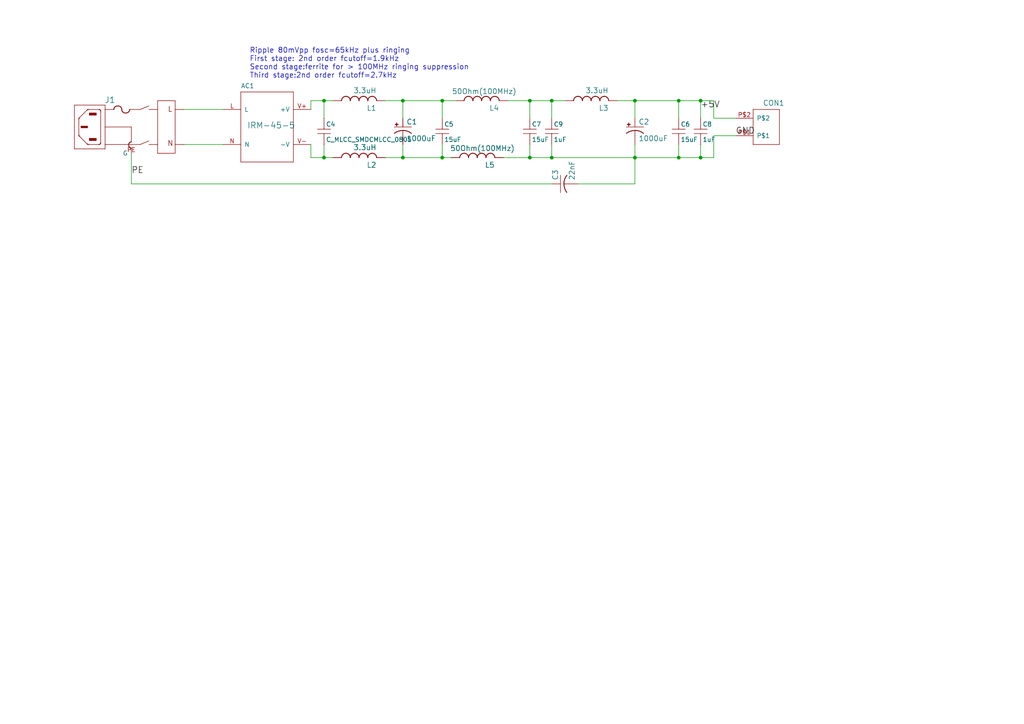
<source format=kicad_sch>
(kicad_sch (version 20211123) (generator eeschema)
  (paper "A4")
  (lib_symbols
    (symbol "AC_supply_module-eagle-import:C-US075-032X103" (pin_names (offset 1.016))
      (property "Reference" "C" (at 1.016 0.635 0))
      (property "Value" "C-US075-032X103" (at 1.016 -4.191 0))
      (symbol "C-US075-032X103_1_0"
        (arc (start 0 -1.016) (mid -1.2939 -1.2289) (end -2.4638 -1.8288) (stroke (width 0.254)))
        (polyline (pts (xy -2.54 0) (xy 2.54 0)))
        (polyline (pts (xy 0 -1.016) (xy 0 -2.54)))
        (arc (start 2.4892 -1.8542) (mid 1.3167 -1.2157) (end 0 -0.9906) (stroke (width 0.254)))
        (pin passive line (at 0 2.54 270) (length 2.54) (name "1") (number "1"))
        (pin passive line (at 0 -5.08 90) (length 2.54) (name "2") (number "2"))
      )
    )
    (symbol "AC_supply_module-eagle-import:CPOL-USE3.5-8" (pin_names (offset 1.016))
      (property "Reference" "C" (at 1.016 0.635 0))
      (property "Value" "CPOL-USE3.5-8" (at 1.016 -4.191 0))
      (symbol "CPOL-USE3.5-8_1_0"
        (rectangle (start -2.2352 0.6604) (end -1.3462 0.7874) (fill (type outline)))
        (rectangle (start -1.8542 0.2794) (end -1.7272 1.1684) (fill (type outline)))
        (arc (start 0 -1.016) (mid -1.2939 -1.2289) (end -2.4638 -1.8288) (stroke (width 0.254)))
        (polyline (pts (xy -2.54 0) (xy 2.54 0)))
        (polyline (pts (xy 0 -1.016) (xy 0 -2.54)))
        (arc (start 2.4892 -1.8542) (mid 1.3167 -1.2157) (end 0 -0.9906) (stroke (width 0.254)))
        (pin passive line (at 0 2.54 270) (length 2.54) (name "+") (number "+"))
        (pin passive line (at 0 -5.08 90) (length 2.54) (name "-") (number "-"))
      )
    )
    (symbol "AC_supply_module-eagle-import:C_MLCC_SMDCMLCC_0306" (pin_names (offset 1.016))
      (property "Reference" "C" (at 0.5588 0.0508 0))
      (property "Value" "C_MLCC_SMDCMLCC_0306" (at 0.5588 -4.3688 0))
      (symbol "C_MLCC_SMDCMLCC_0306_1_0"
        (polyline (pts (xy -1.905 -1.905) (xy 0 -1.905)))
        (polyline (pts (xy 0 -1.905) (xy 0 -5.08)))
        (polyline (pts (xy 0 -1.905) (xy 1.905 -1.905)))
        (polyline (pts (xy 0 -0.635) (xy -1.905 -0.635)))
        (polyline (pts (xy 0 -0.635) (xy 0 2.54)))
        (polyline (pts (xy 1.905 -0.635) (xy 0 -0.635)))
        (pin passive line (at 0 2.54 270) (length 0) (name "1") (number "P$1"))
        (pin passive line (at 0 -5.08 90) (length 0) (name "2") (number "P$2"))
      )
    )
    (symbol "AC_supply_module-eagle-import:C_MLCC_SMDCMLCC_0805" (pin_names (offset 1.016))
      (property "Reference" "C" (at 0.5588 0.0508 0))
      (property "Value" "C_MLCC_SMDCMLCC_0805" (at 0.5588 -4.3688 0))
      (symbol "C_MLCC_SMDCMLCC_0805_1_0"
        (polyline (pts (xy -1.905 -1.905) (xy 0 -1.905)))
        (polyline (pts (xy 0 -1.905) (xy 0 -5.08)))
        (polyline (pts (xy 0 -1.905) (xy 1.905 -1.905)))
        (polyline (pts (xy 0 -0.635) (xy -1.905 -0.635)))
        (polyline (pts (xy 0 -0.635) (xy 0 2.54)))
        (polyline (pts (xy 1.905 -0.635) (xy 0 -0.635)))
        (pin passive line (at 0 2.54 270) (length 0) (name "1") (number "P$1"))
        (pin passive line (at 0 -5.08 90) (length 0) (name "2") (number "P$2"))
      )
    )
    (symbol "AC_supply_module-eagle-import:EDSTL130_02" (pin_names (offset 1.016))
      (property "Reference" "CON" (at -7.62 7.62 0))
      (symbol "EDSTL130_02_1_0"
        (polyline (pts (xy -2.54 -5.08) (xy -2.54 5.08)))
        (polyline (pts (xy -2.54 5.08) (xy 5.08 5.08)))
        (polyline (pts (xy 5.08 -5.08) (xy -2.54 -5.08)))
        (polyline (pts (xy 5.08 5.08) (xy 5.08 -5.08)))
        (pin bidirectional line (at -7.62 -2.54 0) (length 5.08) (name "P$1") (number "P$1"))
        (pin bidirectional line (at -7.62 2.54 0) (length 5.08) (name "P$2") (number "P$2"))
      )
    )
    (symbol "AC_supply_module-eagle-import:INDUCTOR-VISHAY" (pin_names (offset 1.016))
      (property "Reference" "L" (at -1.27 -5.08 90))
      (property "Value" "INDUCTOR-VISHAY" (at 3.81 -5.08 90))
      (symbol "INDUCTOR-VISHAY_1_0"
        (arc (start 0 -5.08) (mid 0.898 -4.708) (end 1.27 -3.81) (stroke (width 0.254)))
        (arc (start 0 -2.54) (mid 0.898 -2.168) (end 1.27 -1.27) (stroke (width 0.254)))
        (arc (start 0 0) (mid 0.898 0.372) (end 1.27 1.27) (stroke (width 0.254)))
        (arc (start 0 2.54) (mid 0.898 2.912) (end 1.27 3.81) (stroke (width 0.254)))
        (arc (start 1.27 -3.81) (mid 0.898 -2.912) (end 0 -2.54) (stroke (width 0.254)))
        (arc (start 1.27 -1.27) (mid 0.898 -0.372) (end 0 0) (stroke (width 0.254)))
        (arc (start 1.27 1.27) (mid 0.898 2.168) (end 0 2.54) (stroke (width 0.254)))
        (arc (start 1.27 3.81) (mid 0.898 4.708) (end 0 5.08) (stroke (width 0.254)))
        (pin passive line (at 0 7.62 270) (length 2.54) (name "1") (number "P$1"))
        (pin passive line (at 0 -7.62 90) (length 2.54) (name "2") (number "P$2"))
      )
    )
    (symbol "AC_supply_module-eagle-import:INDUCTOR1206" (pin_names (offset 1.016))
      (property "Reference" "L" (at -1.27 -5.08 90))
      (property "Value" "INDUCTOR1206" (at 3.81 -5.08 90))
      (symbol "INDUCTOR1206_1_0"
        (arc (start 0 -5.08) (mid 0.898 -4.708) (end 1.27 -3.81) (stroke (width 0.254)))
        (arc (start 0 -2.54) (mid 0.898 -2.168) (end 1.27 -1.27) (stroke (width 0.254)))
        (arc (start 0 0) (mid 0.898 0.372) (end 1.27 1.27) (stroke (width 0.254)))
        (arc (start 0 2.54) (mid 0.898 2.912) (end 1.27 3.81) (stroke (width 0.254)))
        (arc (start 1.27 -3.81) (mid 0.898 -2.912) (end 0 -2.54) (stroke (width 0.254)))
        (arc (start 1.27 -1.27) (mid 0.898 -0.372) (end 0 0) (stroke (width 0.254)))
        (arc (start 1.27 1.27) (mid 0.898 2.168) (end 0 2.54) (stroke (width 0.254)))
        (arc (start 1.27 3.81) (mid 0.898 4.708) (end 0 5.08) (stroke (width 0.254)))
        (pin passive line (at 0 7.62 270) (length 2.54) (name "1") (number "1"))
        (pin passive line (at 0 -7.62 90) (length 2.54) (name "2") (number "2"))
      )
    )
    (symbol "AC_supply_module-eagle-import:IRM-45" (pin_names (offset 1.016))
      (property "Reference" "AC" (at -7.62 11.176 0))
      (property "Value" "IRM-45" (at -5.842 -0.508 0))
      (symbol "IRM-45_1_0"
        (polyline (pts (xy -7.62 -10.16) (xy -7.62 10.16)))
        (polyline (pts (xy -7.62 10.16) (xy 7.62 10.16)))
        (polyline (pts (xy 7.62 -10.16) (xy -7.62 -10.16)))
        (polyline (pts (xy 7.62 10.16) (xy 7.62 -10.16)))
        (pin bidirectional line (at -12.7 5.08 0) (length 5.08) (name "L") (number "L"))
        (pin bidirectional line (at -12.7 -5.08 0) (length 5.08) (name "N") (number "N"))
        (pin bidirectional line (at 12.7 5.08 180) (length 5.08) (name "+V") (number "V+"))
        (pin bidirectional line (at 12.7 -5.08 180) (length 5.08) (name "-V") (number "V-"))
      )
    )
    (symbol "AC_supply_module-eagle-import:SHURTER_DD22" (pin_names (offset 1.016))
      (property "Reference" "J" (at -3.048 6.858 0))
      (symbol "SHURTER_DD22_1_0"
        (arc (start -7.62 -6.096) (mid -7.0812 -5.8728) (end -6.858 -5.334) (stroke (width 0.254)))
        (arc (start -7.112 5.08) (mid -6.8144 4.3616) (end -6.096 4.064) (stroke (width 0.254)))
        (arc (start -6.858 -5.08) (mid -7.0812 -4.5412) (end -7.62 -4.318) (stroke (width 0.254)))
        (arc (start -5.842 4.064) (mid -5.1236 4.3616) (end -4.826 5.08) (stroke (width 0.254)))
        (arc (start -3.81 6.096) (mid -4.5284 5.7984) (end -4.826 5.08) (stroke (width 0.254)))
        (arc (start -2.54 5.08) (mid -2.8376 5.7984) (end -3.556 6.096) (stroke (width 0.254)))
        (polyline (pts (xy -20.32 -7.62) (xy -15.24 -7.62)))
        (polyline (pts (xy -20.32 -5.08) (xy -22.86 -5.08)))
        (polyline (pts (xy -20.32 -5.08) (xy -20.32 -7.62)))
        (polyline (pts (xy -20.32 5.08) (xy -22.86 5.08)))
        (polyline (pts (xy -20.32 5.08) (xy -20.32 -5.08)))
        (polyline (pts (xy -20.32 7.62) (xy -20.32 5.08)))
        (polyline (pts (xy -15.24 -7.62) (xy -15.24 -5.08)))
        (polyline (pts (xy -15.24 -5.08) (xy -15.24 7.62)))
        (polyline (pts (xy -15.24 7.62) (xy -20.32 7.62)))
        (polyline (pts (xy -12.7 -5.08) (xy -15.24 -5.08)))
        (polyline (pts (xy -12.7 5.08) (xy -15.24 5.08)))
        (polyline (pts (xy -10.16 -5.08) (xy -12.7 -4.064)))
        (polyline (pts (xy -10.16 5.08) (xy -12.7 6.096)))
        (polyline (pts (xy -7.62 -6.096) (xy -7.62 -7.62)))
        (polyline (pts (xy -7.62 0) (xy -7.62 -4.318)))
        (polyline (pts (xy -7.112 5.08) (xy -10.16 5.08)))
        (polyline (pts (xy -6.858 -5.08) (xy -6.858 -5.334)))
        (polyline (pts (xy -5.842 4.064) (xy -6.096 4.064)))
        (polyline (pts (xy -3.556 6.096) (xy -3.81 6.096)))
        (polyline (pts (xy -2.54 5.08) (xy 0 5.08)))
        (polyline (pts (xy 0 -6.35) (xy 8.89 -6.35)))
        (polyline (pts (xy 0 -5.08) (xy -10.16 -5.08)))
        (polyline (pts (xy 0 -5.08) (xy 0 -6.35)))
        (polyline (pts (xy 0 0) (xy -7.62 0)))
        (polyline (pts (xy 0 0) (xy 0 -5.08)))
        (polyline (pts (xy 0 5.08) (xy 0 0)))
        (polyline (pts (xy 0 6.35) (xy 0 5.08)))
        (polyline (pts (xy 1.27 4.572) (xy 1.27 -4.572)))
        (polyline (pts (xy 1.778 -5.08) (xy 4.8514 -5.08)))
        (polyline (pts (xy 4.8514 5.08) (xy 1.778 5.08)))
        (polyline (pts (xy 5.207 -4.9276) (xy 7.4676 -2.667)))
        (polyline (pts (xy 7.4676 2.667) (xy 5.207 4.9276)))
        (polyline (pts (xy 7.62 -2.3114) (xy 7.62 2.3114)))
        (polyline (pts (xy 8.89 -6.35) (xy 8.89 6.35)))
        (polyline (pts (xy 8.89 6.35) (xy 0 6.35)))
        (arc (start 1.27 -4.572) (mid 1.4188 -4.9312) (end 1.778 -5.08) (stroke (width 0.254)))
        (arc (start 1.778 5.08) (mid 1.4188 4.9312) (end 1.27 4.572) (stroke (width 0.254)))
        (rectangle (start 2.54 -3.937) (end 4.572 -3.302) (fill (type outline)))
        (rectangle (start 2.54 3.429) (end 4.572 4.064) (fill (type outline)))
        (arc (start 4.8514 -5.08) (mid 5.0403 -5.0333) (end 5.207 -4.9276) (stroke (width 0.254)))
        (rectangle (start 5.08 -0.254) (end 6.985 0.254) (fill (type outline)))
        (arc (start 5.207 4.9276) (mid 5.0456 5.0446) (end 4.8514 5.08) (stroke (width 0.254)))
        (arc (start 7.4676 -2.667) (mid 7.5846 -2.5056) (end 7.62 -2.3114) (stroke (width 0.254)))
        (arc (start 7.62 2.3114) (mid 7.5733 2.5003) (end 7.4676 2.667) (stroke (width 0.254)))
        (text "L" (at -19.558 4.318 0) (effects (font (size 1.4986 1.4986)) (justify left bottom)))
        (text "N" (at -19.812 -5.588 0) (effects (font (size 1.4986 1.4986)) (justify left bottom)))
        (pin bidirectional line (at -22.86 5.08 0) (length 0) (name "L") (number "L"))
        (pin bidirectional line (at -22.86 -5.08 0) (length 0) (name "N") (number "N"))
        (pin bidirectional line (at -7.62 -7.62 0) (length 0) (name "G") (number "PE"))
      )
    )
  )
  (junction (at 184.15 29.21))
  (junction (at 184.15 45.72))
  (junction (at 116.84 45.72))
  (junction (at 153.67 45.72))
  (junction (at 196.85 45.72))
  (junction (at 196.85 29.21))
  (junction (at 93.98 29.21))
  (junction (at 160.02 29.21))
  (junction (at 203.2 45.72))
  (junction (at 153.67 29.21))
  (junction (at 160.02 45.72))
  (junction (at 128.27 29.21))
  (junction (at 116.84 29.21))
  (junction (at 128.27 45.72))
  (junction (at 203.2 29.21))
  (junction (at 93.98 45.72))
  (wire (pts (xy 147.32 29.21) (xy 153.67 29.21)))
  (wire (pts (xy 128.27 41.91) (xy 128.27 45.72)))
  (wire (pts (xy 128.27 29.21) (xy 132.08 29.21)))
  (wire (pts (xy 116.84 45.72) (xy 128.27 45.72)))
  (wire (pts (xy 93.98 45.72) (xy 96.52 45.72)))
  (wire (pts (xy 128.27 34.29) (xy 128.27 29.21)))
  (wire (pts (xy 111.76 45.72) (xy 116.84 45.72)))
  (wire (pts (xy 153.67 41.91) (xy 153.67 45.72)))
  (wire (pts (xy 160.02 29.21) (xy 163.83 29.21)))
  (wire (pts (xy 196.85 41.91) (xy 196.85 45.72)))
  (wire (pts (xy 167.64 53.34) (xy 184.15 53.34)))
  (wire (pts (xy 207.01 34.29) (xy 207.01 29.21)))
  (wire (pts (xy 184.15 45.72) (xy 184.15 41.91)))
  (wire (pts (xy 213.36 39.37) (xy 207.01 39.37)))
  (wire (pts (xy 93.98 41.91) (xy 93.98 45.72)))
  (wire (pts (xy 160.02 34.29) (xy 160.02 29.21)))
  (wire (pts (xy 203.2 45.72) (xy 196.85 45.72)))
  (wire (pts (xy 213.36 34.29) (xy 207.01 34.29)))
  (wire (pts (xy 90.17 29.21) (xy 90.17 31.75)))
  (wire (pts (xy 38.1 44.45) (xy 38.1 53.34)))
  (wire (pts (xy 153.67 45.72) (xy 160.02 45.72)))
  (wire (pts (xy 196.85 29.21) (xy 184.15 29.21)))
  (wire (pts (xy 93.98 34.29) (xy 93.98 29.21)))
  (wire (pts (xy 116.84 29.21) (xy 128.27 29.21)))
  (wire (pts (xy 90.17 45.72) (xy 93.98 45.72)))
  (wire (pts (xy 203.2 34.29) (xy 203.2 29.21)))
  (wire (pts (xy 196.85 34.29) (xy 196.85 29.21)))
  (wire (pts (xy 160.02 45.72) (xy 184.15 45.72)))
  (wire (pts (xy 207.01 39.37) (xy 207.01 45.72)))
  (wire (pts (xy 116.84 29.21) (xy 111.76 29.21)))
  (wire (pts (xy 203.2 41.91) (xy 203.2 45.72)))
  (wire (pts (xy 116.84 41.91) (xy 116.84 45.72)))
  (wire (pts (xy 153.67 34.29) (xy 153.67 29.21)))
  (wire (pts (xy 153.67 29.21) (xy 160.02 29.21)))
  (wire (pts (xy 90.17 41.91) (xy 90.17 45.72)))
  (wire (pts (xy 207.01 29.21) (xy 203.2 29.21)))
  (wire (pts (xy 96.52 29.21) (xy 93.98 29.21)))
  (wire (pts (xy 184.15 53.34) (xy 184.15 45.72)))
  (wire (pts (xy 53.34 31.75) (xy 64.77 31.75)))
  (wire (pts (xy 160.02 41.91) (xy 160.02 45.72)))
  (wire (pts (xy 38.1 53.34) (xy 160.02 53.34)))
  (wire (pts (xy 179.07 29.21) (xy 184.15 29.21)))
  (wire (pts (xy 207.01 45.72) (xy 203.2 45.72)))
  (wire (pts (xy 53.34 41.91) (xy 64.77 41.91)))
  (wire (pts (xy 184.15 29.21) (xy 184.15 34.29)))
  (wire (pts (xy 146.05 45.72) (xy 153.67 45.72)))
  (wire (pts (xy 196.85 45.72) (xy 184.15 45.72)))
  (wire (pts (xy 93.98 29.21) (xy 90.17 29.21)))
  (wire (pts (xy 203.2 29.21) (xy 196.85 29.21)))
  (wire (pts (xy 116.84 34.29) (xy 116.84 29.21)))
  (wire (pts (xy 128.27 45.72) (xy 130.81 45.72)))
  (text "Ripple 80mVpp fosc=65kHz plus ringing\nFirst stage: 2nd order fcutoff=1.9kHz\nSecond stage:ferrite for > 100MHz ringing suppression \nThird stage:2nd order fcutoff=2.7kHz" (at 72.39 22.86 0) (effects (font (size 1.4986 1.4986)) (justify left bottom)))
  (label "GND" (at 213.36 39.37 0) (effects (font (size 1.778 1.778))))
  (label "PE" (at 38.1 50.8 0) (effects (font (size 1.778 1.778))))
  (label "+5V" (at 203.2 31.75 0) (effects (font (size 1.778 1.778))))
  (symbol (lib_id "AC_supply_module-eagle-import:SHURTER_DD22") (at 30.48 36.83 0) (mirror y) (unit 1)
    (property "Reference" "J1" (at 33.528 29.972 0) (effects (font (size 1.7272 1.7272)) (justify left bottom)))
    (property "Value" "SHURTER_DD22" (effects hide))
    (property "Footprint" "AC_supply_module:SHURTER_DD22" (effects hide))
  )
  (symbol (lib_id "AC_supply_module-eagle-import:C_MLCC_SMDCMLCC_0805") (at 93.98 36.83 0) (unit 1)
    (property "Reference" "C4" (at 94.5388 36.7792 0) (effects (font (size 1.2954 1.2954)) (justify left bottom)))
    (property "Value" "C_MLCC_SMDCMLCC_0805" (at 94.5388 41.2242 0) (effects (font (size 1.2954 1.2954)) (justify left bottom)))
    (property "Footprint" "AC_supply_module:C_MLCC_0805" (effects hide))
    (property "ARROW" "C2012JB1E156M125AC" (effects hide))
    (property "DIGIKEY" "445-11470-1-ND" (effects hide))
    (property "PARTNO" "C2012JB1E156M125AC" (effects hide))
  )
  (symbol (lib_id "AC_supply_module-eagle-import:INDUCTOR1206") (at 139.7 29.21 90) (unit 1)
    (property "Reference" "L4" (at 144.78 30.48 90) (effects (font (size 1.4986 1.4986)) (justify left bottom)))
    (property "Value" "50Ohm(100MHz)" (at 149.86 25.654 90) (effects (font (size 1.4986 1.4986)) (justify left bottom)))
    (property "Footprint" "AC_supply_module:C1206" (effects hide))
    (property "DIGIKEY" "490-13269-1-ND" (effects hide))
    (property "PARTNO" "BLM31SN500SN1L" (effects hide))
  )
  (symbol (lib_id "AC_supply_module-eagle-import:C_MLCC_SMDCMLCC_0805") (at 196.85 36.83 0) (unit 1)
    (property "Reference" "C6" (at 197.4088 36.7792 0) (effects (font (size 1.2954 1.2954)) (justify left bottom)))
    (property "Value" "15uF" (at 197.4088 41.2242 0) (effects (font (size 1.2954 1.2954)) (justify left bottom)))
    (property "Footprint" "AC_supply_module:C_MLCC_0805" (effects hide))
    (property "ARROW" "C2012JB1E156M125AC" (effects hide))
    (property "DIGIKEY" "445-11470-1-ND" (effects hide))
    (property "PARTNO" "C2012JB1E156M125AC" (effects hide))
  )
  (symbol (lib_id "AC_supply_module-eagle-import:C_MLCC_SMDCMLCC_0805") (at 128.27 36.83 0) (unit 1)
    (property "Reference" "C5" (at 128.8288 36.7792 0) (effects (font (size 1.2954 1.2954)) (justify left bottom)))
    (property "Value" "15uF" (at 128.8288 41.2242 0) (effects (font (size 1.2954 1.2954)) (justify left bottom)))
    (property "Footprint" "AC_supply_module:C_MLCC_0805" (effects hide))
    (property "ARROW" "C2012JB1E156M125AC" (effects hide))
    (property "DIGIKEY" "445-11470-1-ND" (effects hide))
    (property "PARTNO" "C2012JB1E156M125AC" (effects hide))
  )
  (symbol (lib_id "AC_supply_module-eagle-import:IRM-45") (at 77.47 36.83 0) (unit 1)
    (property "Reference" "AC1" (at 69.85 25.654 0) (effects (font (size 1.3208 1.3208)) (justify left bottom)))
    (property "Value" "IRM-45-5" (at 71.628 37.338 0) (effects (font (size 1.7272 1.7272)) (justify left bottom)))
    (property "Footprint" "AC_supply_module:MEANWELL-AC-DC" (effects hide))
  )
  (symbol (lib_id "AC_supply_module-eagle-import:C_MLCC_SMDCMLCC_0805") (at 153.67 36.83 0) (unit 1)
    (property "Reference" "C7" (at 154.2288 36.7792 0) (effects (font (size 1.2954 1.2954)) (justify left bottom)))
    (property "Value" "15uF" (at 154.2288 41.2242 0) (effects (font (size 1.2954 1.2954)) (justify left bottom)))
    (property "Footprint" "AC_supply_module:C_MLCC_0805" (effects hide))
    (property "ARROW" "C2012JB1E156M125AC" (effects hide))
    (property "DIGIKEY" "445-11470-1-ND" (effects hide))
    (property "PARTNO" "C2012JB1E156M125AC" (effects hide))
  )
  (symbol (lib_id "AC_supply_module-eagle-import:INDUCTOR-VISHAY") (at 171.45 29.21 90) (unit 1)
    (property "Reference" "L3" (at 176.53 30.48 90) (effects (font (size 1.4986 1.4986)) (justify left bottom)))
    (property "Value" "3.3uH" (at 176.53 25.4 90) (effects (font (size 1.4986 1.4986)) (justify left bottom)))
    (property "Footprint" "AC_supply_module:L-322X322" (effects hide))
    (property "ARROW" "IHLP3232DZER3R3M11" (effects hide))
    (property "DIGIKEY" "541-1352-1-ND" (effects hide))
    (property "PARTNO" "IHLP3232DZER3R3M11" (effects hide))
  )
  (symbol (lib_id "AC_supply_module-eagle-import:EDSTL130_02") (at 220.98 36.83 0) (unit 1)
    (property "Reference" "CON1" (at 221.234 30.734 0) (effects (font (size 1.4986 1.4986)) (justify left bottom)))
    (property "Value" "EDSTL130_02" (effects hide))
    (property "Footprint" "AC_supply_module:EDSTL130_02" (effects hide))
  )
  (symbol (lib_id "AC_supply_module-eagle-import:CPOL-USE3.5-8") (at 116.84 36.83 0) (unit 1)
    (property "Reference" "C1" (at 117.856 36.195 0) (effects (font (size 1.4986 1.4986)) (justify left bottom)))
    (property "Value" "1000uF" (at 117.856 41.021 0) (effects (font (size 1.4986 1.4986)) (justify left bottom)))
    (property "Footprint" "AC_supply_module:E3,5-8" (effects hide))
    (property "DIGIKEY" "565-4311-ND" (effects hide))
    (property "PARTNO" "APSG160ELL102MH20S" (effects hide))
  )
  (symbol (lib_id "AC_supply_module-eagle-import:C_MLCC_SMDCMLCC_0306") (at 160.02 36.83 0) (unit 1)
    (property "Reference" "C9" (at 160.5788 36.7792 0) (effects (font (size 1.2954 1.2954)) (justify left bottom)))
    (property "Value" "1uF" (at 160.5788 41.2242 0) (effects (font (size 1.2954 1.2954)) (justify left bottom)))
    (property "Footprint" "AC_supply_module:C_MLCC_0306" (effects hide))
    (property "DIGIKEY" "445-13750-1-ND" (effects hide))
    (property "PARTNO" "C0816X5R1C105M050AC" (effects hide))
  )
  (symbol (lib_id "AC_supply_module-eagle-import:INDUCTOR1206") (at 138.43 45.72 90) (unit 1)
    (property "Reference" "L5" (at 143.51 46.99 90) (effects (font (size 1.4986 1.4986)) (justify left bottom)))
    (property "Value" "50Ohm(100MHz)" (at 149.352 42.164 90) (effects (font (size 1.4986 1.4986)) (justify left bottom)))
    (property "Footprint" "AC_supply_module:C1206" (effects hide))
    (property "DIGIKEY" "490-13269-1-ND" (effects hide))
    (property "PARTNO" "BLM31SN500SN1L" (effects hide))
  )
  (symbol (lib_id "AC_supply_module-eagle-import:INDUCTOR-VISHAY") (at 104.14 29.21 90) (unit 1)
    (property "Reference" "L1" (at 109.22 30.48 90) (effects (font (size 1.4986 1.4986)) (justify left bottom)))
    (property "Value" "3.3uH" (at 109.22 25.4 90) (effects (font (size 1.4986 1.4986)) (justify left bottom)))
    (property "Footprint" "AC_supply_module:L-322X322" (effects hide))
    (property "ARROW" "IHLP3232DZER3R3M11" (effects hide))
    (property "DIGIKEY" "541-1352-1-ND" (effects hide))
    (property "PARTNO" "IHLP3232DZER3R3M11" (effects hide))
  )
  (symbol (lib_id "AC_supply_module-eagle-import:C-US075-032X103") (at 162.56 53.34 90) (unit 1)
    (property "Reference" "C3" (at 161.925 52.324 0) (effects (font (size 1.4986 1.4986)) (justify left bottom)))
    (property "Value" "22nF" (at 166.751 52.324 0) (effects (font (size 1.4986 1.4986)) (justify left bottom)))
    (property "Footprint" "AC_supply_module:C075-032X103" (effects hide))
    (property "DIGIKEY" "495-76830-ND" (effects hide))
    (property "PARTNO" "B32560J8223K000" (effects hide))
  )
  (symbol (lib_id "AC_supply_module-eagle-import:CPOL-USE3.5-8") (at 184.15 36.83 0) (unit 1)
    (property "Reference" "C2" (at 185.166 36.195 0) (effects (font (size 1.4986 1.4986)) (justify left bottom)))
    (property "Value" "1000uF" (at 185.166 41.021 0) (effects (font (size 1.4986 1.4986)) (justify left bottom)))
    (property "Footprint" "AC_supply_module:E3,5-8" (effects hide))
    (property "DIGIKEY" "565-4311-ND" (effects hide))
    (property "PARTNO" "APSG160ELL102MH20S" (effects hide))
  )
  (symbol (lib_id "AC_supply_module-eagle-import:INDUCTOR-VISHAY") (at 104.14 45.72 90) (unit 1)
    (property "Reference" "L2" (at 109.22 46.99 90) (effects (font (size 1.4986 1.4986)) (justify left bottom)))
    (property "Value" "3.3uH" (at 109.22 41.91 90) (effects (font (size 1.4986 1.4986)) (justify left bottom)))
    (property "Footprint" "AC_supply_module:L-322X322" (effects hide))
    (property "ARROW" "IHLP3232DZER3R3M11" (effects hide))
    (property "DIGIKEY" "541-1352-1-ND" (effects hide))
    (property "PARTNO" "IHLP3232DZER3R3M11" (effects hide))
  )
  (symbol (lib_id "AC_supply_module-eagle-import:C_MLCC_SMDCMLCC_0306") (at 203.2 36.83 0) (unit 1)
    (property "Reference" "C8" (at 203.7588 36.7792 0) (effects (font (size 1.2954 1.2954)) (justify left bottom)))
    (property "Value" "1uF" (at 203.7588 41.2242 0) (effects (font (size 1.2954 1.2954)) (justify left bottom)))
    (property "Footprint" "AC_supply_module:C_MLCC_0306" (effects hide))
    (property "DIGIKEY" "445-13750-1-ND" (effects hide))
    (property "PARTNO" "C0816X5R1C105M050AC" (effects hide))
  )
)
</source>
